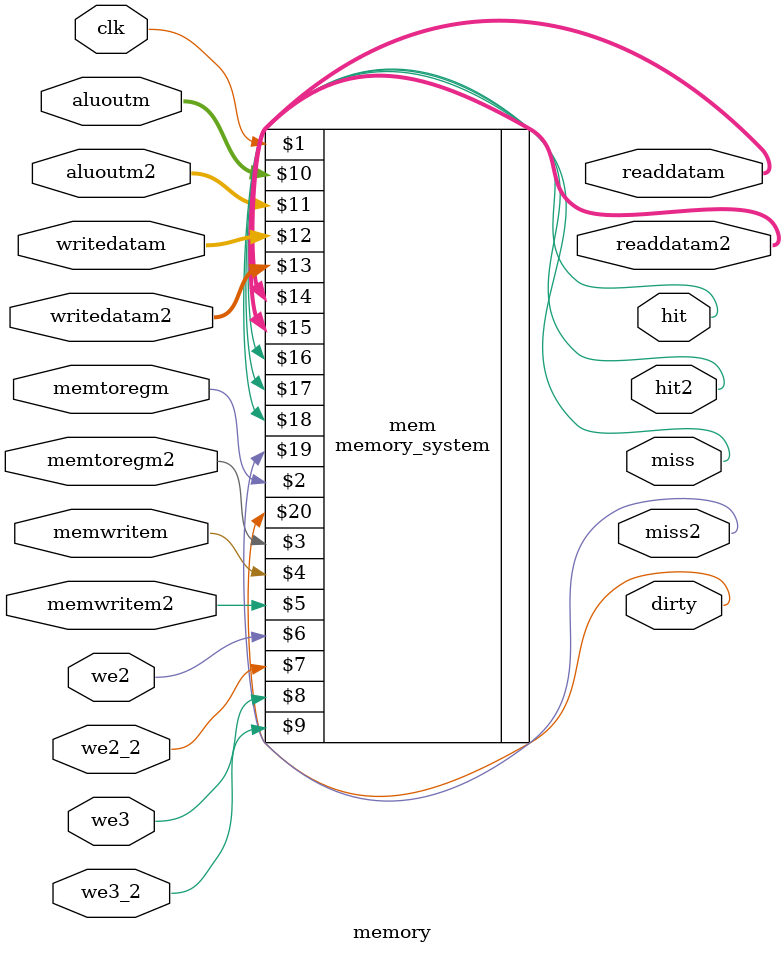
<source format=v>
module memory(clk,memtoregm,memtoregm2,memwritem,memwritem2,we2,we2_2,we3,we3_2,aluoutm,aluoutm2,writedatam,writedatam2,readdatam,readdatam2,hit,hit2,miss,miss2,dirty);
  input clk,memtoregm,memwritem,we2,we3,memtoregm2,memwritem2,we2_2,we3_2;
  input  [31:0] aluoutm,aluoutm2,writedatam,writedatam2;
  output [31:0] readdatam,readdatam2;
  output        hit,hit2,miss,miss2,dirty;
  
  //mem datamem(clk, memwritem, aluoutm, writedatam, readdatam);
  memory_system mem(clk,memtoregm,memtoregm2,memwritem,memwritem2,we2,we2_2,we3,we3_2,aluoutm,aluoutm2,writedatam,writedatam2,
                  readdatam,readdatam2,hit,hit2,miss,miss2,dirty);

endmodule

</source>
